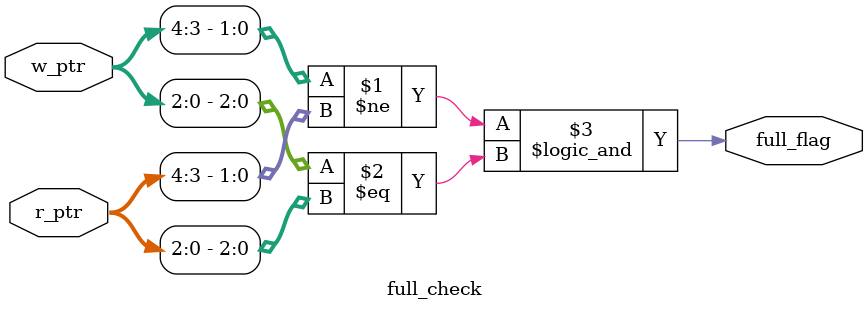
<source format=v>
module full_check (
    input wire [4:0]  w_ptr,
    input wire [4:0]  r_ptr,
    output wire       full_flag
);

assign full_flag=(w_ptr[4:3]!=r_ptr[4:3] && w_ptr[2:0]==r_ptr[2:0]);

endmodule
</source>
